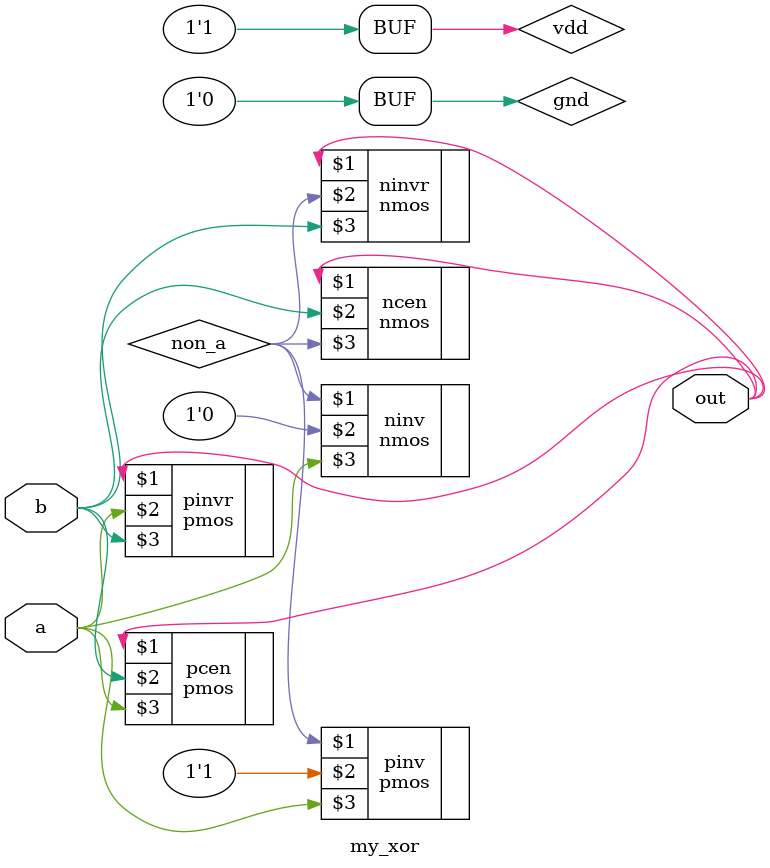
<source format=v>
module my_xor(out, a, b);

    input a, b;
    output out;
    
    supply1 vdd;
    supply0 gnd;

    wire non_a;
    
    //inversor din dreapta
    pmos pinv(non_a, vdd, a);
    nmos ninv(non_a, gnd, a);
    
    //inversorul din stanga
    pmos pinvr(out, a, b);
    nmos ninvr(out, non_a, b);
    
    //tgate centru
    pmos pcen(out, b, a);
    nmos ncen(out, b, non_a);
    
endmodule

</source>
